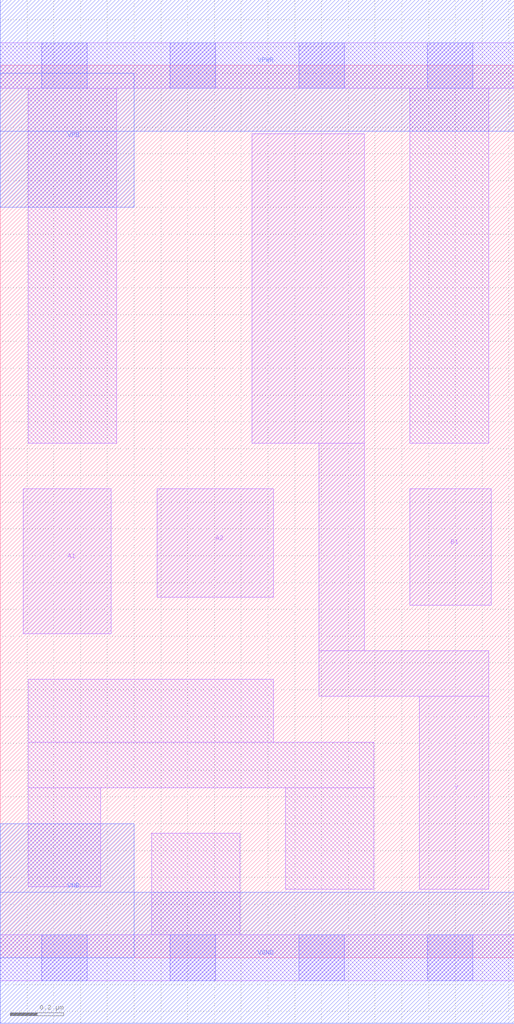
<source format=lef>
# Copyright 2020 The SkyWater PDK Authors
#
# Licensed under the Apache License, Version 2.0 (the "License");
# you may not use this file except in compliance with the License.
# You may obtain a copy of the License at
#
#     https://www.apache.org/licenses/LICENSE-2.0
#
# Unless required by applicable law or agreed to in writing, software
# distributed under the License is distributed on an "AS IS" BASIS,
# WITHOUT WARRANTIES OR CONDITIONS OF ANY KIND, either express or implied.
# See the License for the specific language governing permissions and
# limitations under the License.
#
# SPDX-License-Identifier: Apache-2.0

VERSION 5.5 ;
NAMESCASESENSITIVE ON ;
BUSBITCHARS "[]" ;
DIVIDERCHAR "/" ;
MACRO sky130_fd_sc_lp__o21ai_1
  CLASS CORE ;
  SOURCE USER ;
  ORIGIN  0.000000  0.000000 ;
  SIZE  1.920000 BY  3.330000 ;
  SYMMETRY X Y R90 ;
  SITE unit ;
  PIN A1
    ANTENNAGATEAREA  0.315000 ;
    DIRECTION INPUT ;
    USE SIGNAL ;
    PORT
      LAYER li1 ;
        RECT 0.085000 1.210000 0.415000 1.750000 ;
    END
  END A1
  PIN A2
    ANTENNAGATEAREA  0.315000 ;
    DIRECTION INPUT ;
    USE SIGNAL ;
    PORT
      LAYER li1 ;
        RECT 0.585000 1.345000 1.020000 1.750000 ;
    END
  END A2
  PIN B1
    ANTENNAGATEAREA  0.315000 ;
    DIRECTION INPUT ;
    USE SIGNAL ;
    PORT
      LAYER li1 ;
        RECT 1.530000 1.315000 1.835000 1.750000 ;
    END
  END B1
  PIN Y
    ANTENNADIFFAREA  0.789600 ;
    DIRECTION OUTPUT ;
    USE SIGNAL ;
    PORT
      LAYER li1 ;
        RECT 0.940000 1.920000 1.360000 3.075000 ;
        RECT 1.190000 0.975000 1.825000 1.145000 ;
        RECT 1.190000 1.145000 1.360000 1.920000 ;
        RECT 1.565000 0.255000 1.825000 0.975000 ;
    END
  END Y
  PIN VGND
    DIRECTION INOUT ;
    USE GROUND ;
    PORT
      LAYER met1 ;
        RECT 0.000000 -0.245000 1.920000 0.245000 ;
    END
  END VGND
  PIN VNB
    DIRECTION INOUT ;
    USE GROUND ;
    PORT
    END
  END VNB
  PIN VPB
    DIRECTION INOUT ;
    USE POWER ;
    PORT
    END
  END VPB
  PIN VNB
    DIRECTION INOUT ;
    USE GROUND ;
    PORT
      LAYER met1 ;
        RECT 0.000000 0.000000 0.500000 0.500000 ;
    END
  END VNB
  PIN VPB
    DIRECTION INOUT ;
    USE POWER ;
    PORT
      LAYER met1 ;
        RECT 0.000000 2.800000 0.500000 3.300000 ;
    END
  END VPB
  PIN VPWR
    DIRECTION INOUT ;
    USE POWER ;
    PORT
      LAYER met1 ;
        RECT 0.000000 3.085000 1.920000 3.575000 ;
    END
  END VPWR
  OBS
    LAYER li1 ;
      RECT 0.000000 -0.085000 1.920000 0.085000 ;
      RECT 0.000000  3.245000 1.920000 3.415000 ;
      RECT 0.105000  0.265000 0.375000 0.635000 ;
      RECT 0.105000  0.635000 1.395000 0.805000 ;
      RECT 0.105000  0.805000 1.020000 1.040000 ;
      RECT 0.105000  1.920000 0.435000 3.245000 ;
      RECT 0.565000  0.085000 0.895000 0.465000 ;
      RECT 1.065000  0.255000 1.395000 0.635000 ;
      RECT 1.530000  1.920000 1.825000 3.245000 ;
    LAYER mcon ;
      RECT 0.155000 -0.085000 0.325000 0.085000 ;
      RECT 0.155000  3.245000 0.325000 3.415000 ;
      RECT 0.635000 -0.085000 0.805000 0.085000 ;
      RECT 0.635000  3.245000 0.805000 3.415000 ;
      RECT 1.115000 -0.085000 1.285000 0.085000 ;
      RECT 1.115000  3.245000 1.285000 3.415000 ;
      RECT 1.595000 -0.085000 1.765000 0.085000 ;
      RECT 1.595000  3.245000 1.765000 3.415000 ;
  END
END sky130_fd_sc_lp__o21ai_1
END LIBRARY

</source>
